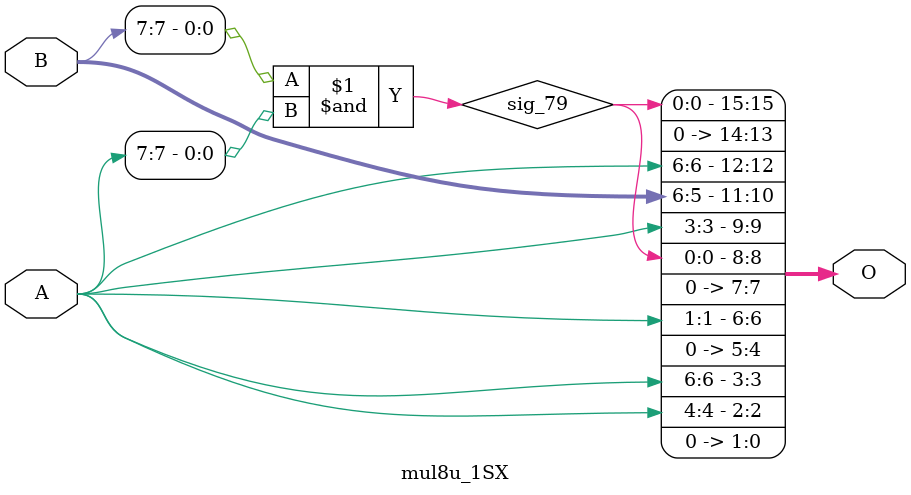
<source format=v>


/***
* This code is a part of EvoApproxLib library (ehw.fit.vutbr.cz/approxlib) distributed under The MIT License.
* When used, please cite the following article(s): V. Mrazek, R. Hrbacek, Z. Vasicek and L. Sekanina, "EvoApprox8b: Library of approximate adders and multipliers for circuit design and benchmarking of approximation methods". Design, Automation & Test in Europe Conference & Exhibition (DATE), 2017, Lausanne, 2017, pp. 258-261. doi: 10.23919/DATE.2017.7926993 
* This file contains a circuit from a sub-set of pareto optimal circuits with respect to the pwr and mse parameters
***/
// MAE% = 9.71 %
// MAE = 6362 
// WCE% = 37.58 %
// WCE = 24629 
// WCRE% = 6312.50 %
// EP% = 99.86 %
// MRE% = 82.45 %
// MSE = 69878.211e3 
// PDK45_PWR = 0.0003 mW
// PDK45_AREA = 2.3 um2
// PDK45_DELAY = 0.04 ns

module mul8u_1SX (
    A,
    B,
    O
);

input [7:0] A;
input [7:0] B;
output [15:0] O;

wire sig_79;

assign sig_79 = B[7] & A[7];

assign O[15] = sig_79;
assign O[14] = 1'b0;
assign O[13] = 1'b0;
assign O[12] = A[6];
assign O[11] = B[6];
assign O[10] = B[5];
assign O[9] = A[3];
assign O[8] = sig_79;
assign O[7] = 1'b0;
assign O[6] = A[1];
assign O[5] = 1'b0;
assign O[4] = 1'b0;
assign O[3] = A[6];
assign O[2] = A[4];
assign O[1] = 1'b0;
assign O[0] = 1'b0;

endmodule
</source>
